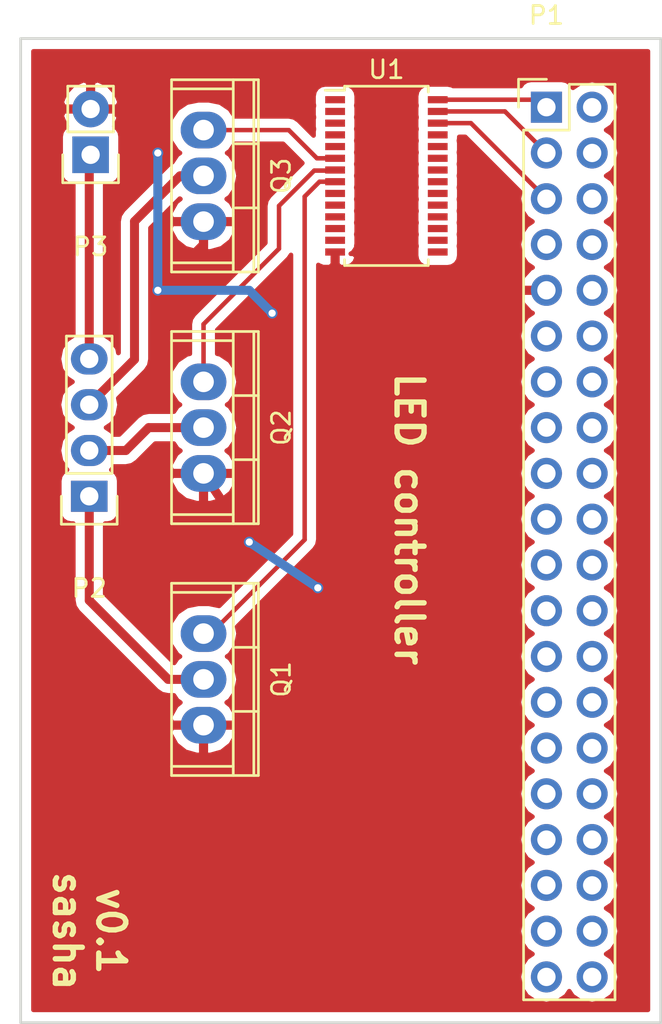
<source format=kicad_pcb>
(kicad_pcb (version 4) (host pcbnew 4.0.5+dfsg1-4)

  (general
    (links 15)
    (no_connects 1)
    (area 63.424999 97.714999 99.135001 152.475001)
    (thickness 1.6)
    (drawings 6)
    (tracks 47)
    (zones 0)
    (modules 7)
    (nets 69)
  )

  (page A4)
  (layers
    (0 F.Cu signal)
    (31 B.Cu signal)
    (32 B.Adhes user)
    (33 F.Adhes user)
    (34 B.Paste user)
    (35 F.Paste user)
    (36 B.SilkS user)
    (37 F.SilkS user)
    (38 B.Mask user)
    (39 F.Mask user)
    (40 Dwgs.User user)
    (41 Cmts.User user)
    (42 Eco1.User user)
    (43 Eco2.User user)
    (44 Edge.Cuts user)
    (45 Margin user)
    (46 B.CrtYd user)
    (47 F.CrtYd user)
    (48 B.Fab user)
    (49 F.Fab user)
  )

  (setup
    (last_trace_width 0.5)
    (user_trace_width 0.5)
    (trace_clearance 0.2)
    (zone_clearance 0.508)
    (zone_45_only no)
    (trace_min 0.2)
    (segment_width 0.2)
    (edge_width 0.15)
    (via_size 0.6)
    (via_drill 0.4)
    (via_min_size 0.4)
    (via_min_drill 0.3)
    (uvia_size 0.3)
    (uvia_drill 0.1)
    (uvias_allowed no)
    (uvia_min_size 0.2)
    (uvia_min_drill 0.1)
    (pcb_text_width 0.3)
    (pcb_text_size 1.5 1.5)
    (mod_edge_width 0.15)
    (mod_text_size 1 1)
    (mod_text_width 0.15)
    (pad_size 1.524 1.524)
    (pad_drill 0.762)
    (pad_to_mask_clearance 0.2)
    (aux_axis_origin 0 0)
    (visible_elements FFFFFF7F)
    (pcbplotparams
      (layerselection 0x00030_80000001)
      (usegerberextensions false)
      (excludeedgelayer true)
      (linewidth 0.100000)
      (plotframeref false)
      (viasonmask false)
      (mode 1)
      (useauxorigin false)
      (hpglpennumber 1)
      (hpglpenspeed 20)
      (hpglpendiameter 15)
      (hpglpenoverlay 2)
      (psnegative false)
      (psa4output false)
      (plotreference true)
      (plotvalue true)
      (plotinvisibletext false)
      (padsonsilk false)
      (subtractmaskfromsilk false)
      (outputformat 1)
      (mirror false)
      (drillshape 1)
      (scaleselection 1)
      (outputdirectory ""))
  )

  (net 0 "")
  (net 1 "Net-(P1-Pad1)")
  (net 2 "Net-(P1-Pad2)")
  (net 3 "Net-(P1-Pad3)")
  (net 4 "Net-(P1-Pad4)")
  (net 5 "Net-(P1-Pad5)")
  (net 6 "Net-(P1-Pad6)")
  (net 7 "Net-(P1-Pad7)")
  (net 8 "Net-(P1-Pad8)")
  (net 9 GND)
  (net 10 "Net-(P1-Pad10)")
  (net 11 "Net-(P1-Pad11)")
  (net 12 "Net-(P1-Pad12)")
  (net 13 "Net-(P1-Pad13)")
  (net 14 "Net-(P1-Pad14)")
  (net 15 "Net-(P1-Pad15)")
  (net 16 "Net-(P1-Pad16)")
  (net 17 "Net-(P1-Pad17)")
  (net 18 "Net-(P1-Pad18)")
  (net 19 "Net-(P1-Pad19)")
  (net 20 "Net-(P1-Pad20)")
  (net 21 "Net-(P1-Pad21)")
  (net 22 "Net-(P1-Pad22)")
  (net 23 "Net-(P1-Pad23)")
  (net 24 "Net-(P1-Pad24)")
  (net 25 "Net-(P1-Pad25)")
  (net 26 "Net-(P1-Pad26)")
  (net 27 "Net-(P1-Pad27)")
  (net 28 "Net-(P1-Pad28)")
  (net 29 "Net-(P1-Pad29)")
  (net 30 "Net-(P1-Pad30)")
  (net 31 "Net-(P1-Pad31)")
  (net 32 "Net-(P1-Pad32)")
  (net 33 "Net-(P1-Pad33)")
  (net 34 "Net-(P1-Pad34)")
  (net 35 "Net-(P1-Pad35)")
  (net 36 "Net-(P1-Pad36)")
  (net 37 "Net-(P1-Pad37)")
  (net 38 "Net-(P1-Pad38)")
  (net 39 "Net-(P1-Pad39)")
  (net 40 "Net-(P1-Pad40)")
  (net 41 "Net-(P2-Pad1)")
  (net 42 "Net-(P2-Pad2)")
  (net 43 "Net-(P2-Pad3)")
  (net 44 "Net-(P2-Pad4)")
  (net 45 "Net-(U1-Pad1)")
  (net 46 "Net-(U1-Pad2)")
  (net 47 "Net-(U1-Pad3)")
  (net 48 "Net-(U1-Pad4)")
  (net 49 "Net-(U1-Pad5)")
  (net 50 "Net-(U1-Pad9)")
  (net 51 "Net-(U1-Pad10)")
  (net 52 "Net-(U1-Pad11)")
  (net 53 "Net-(U1-Pad12)")
  (net 54 "Net-(U1-Pad13)")
  (net 55 "Net-(U1-Pad15)")
  (net 56 "Net-(U1-Pad16)")
  (net 57 "Net-(U1-Pad17)")
  (net 58 "Net-(U1-Pad18)")
  (net 59 "Net-(U1-Pad19)")
  (net 60 "Net-(U1-Pad20)")
  (net 61 "Net-(U1-Pad21)")
  (net 62 "Net-(U1-Pad22)")
  (net 63 "Net-(U1-Pad23)")
  (net 64 "Net-(U1-Pad24)")
  (net 65 "Net-(U1-Pad25)")
  (net 66 "Net-(Q1-Pad1)")
  (net 67 "Net-(Q2-Pad1)")
  (net 68 "Net-(Q3-Pad1)")

  (net_class Default "This is the default net class."
    (clearance 0.2)
    (trace_width 0.25)
    (via_dia 0.6)
    (via_drill 0.4)
    (uvia_dia 0.3)
    (uvia_drill 0.1)
    (add_net GND)
    (add_net "Net-(P1-Pad1)")
    (add_net "Net-(P1-Pad10)")
    (add_net "Net-(P1-Pad11)")
    (add_net "Net-(P1-Pad12)")
    (add_net "Net-(P1-Pad13)")
    (add_net "Net-(P1-Pad14)")
    (add_net "Net-(P1-Pad15)")
    (add_net "Net-(P1-Pad16)")
    (add_net "Net-(P1-Pad17)")
    (add_net "Net-(P1-Pad18)")
    (add_net "Net-(P1-Pad19)")
    (add_net "Net-(P1-Pad2)")
    (add_net "Net-(P1-Pad20)")
    (add_net "Net-(P1-Pad21)")
    (add_net "Net-(P1-Pad22)")
    (add_net "Net-(P1-Pad23)")
    (add_net "Net-(P1-Pad24)")
    (add_net "Net-(P1-Pad25)")
    (add_net "Net-(P1-Pad26)")
    (add_net "Net-(P1-Pad27)")
    (add_net "Net-(P1-Pad28)")
    (add_net "Net-(P1-Pad29)")
    (add_net "Net-(P1-Pad3)")
    (add_net "Net-(P1-Pad30)")
    (add_net "Net-(P1-Pad31)")
    (add_net "Net-(P1-Pad32)")
    (add_net "Net-(P1-Pad33)")
    (add_net "Net-(P1-Pad34)")
    (add_net "Net-(P1-Pad35)")
    (add_net "Net-(P1-Pad36)")
    (add_net "Net-(P1-Pad37)")
    (add_net "Net-(P1-Pad38)")
    (add_net "Net-(P1-Pad39)")
    (add_net "Net-(P1-Pad4)")
    (add_net "Net-(P1-Pad40)")
    (add_net "Net-(P1-Pad5)")
    (add_net "Net-(P1-Pad6)")
    (add_net "Net-(P1-Pad7)")
    (add_net "Net-(P1-Pad8)")
    (add_net "Net-(P2-Pad1)")
    (add_net "Net-(P2-Pad2)")
    (add_net "Net-(P2-Pad3)")
    (add_net "Net-(P2-Pad4)")
    (add_net "Net-(Q1-Pad1)")
    (add_net "Net-(Q2-Pad1)")
    (add_net "Net-(Q3-Pad1)")
    (add_net "Net-(U1-Pad1)")
    (add_net "Net-(U1-Pad10)")
    (add_net "Net-(U1-Pad11)")
    (add_net "Net-(U1-Pad12)")
    (add_net "Net-(U1-Pad13)")
    (add_net "Net-(U1-Pad15)")
    (add_net "Net-(U1-Pad16)")
    (add_net "Net-(U1-Pad17)")
    (add_net "Net-(U1-Pad18)")
    (add_net "Net-(U1-Pad19)")
    (add_net "Net-(U1-Pad2)")
    (add_net "Net-(U1-Pad20)")
    (add_net "Net-(U1-Pad21)")
    (add_net "Net-(U1-Pad22)")
    (add_net "Net-(U1-Pad23)")
    (add_net "Net-(U1-Pad24)")
    (add_net "Net-(U1-Pad25)")
    (add_net "Net-(U1-Pad3)")
    (add_net "Net-(U1-Pad4)")
    (add_net "Net-(U1-Pad5)")
    (add_net "Net-(U1-Pad9)")
  )

  (net_class thick ""
    (clearance 0.2)
    (trace_width 0.5)
    (via_dia 0.6)
    (via_drill 0.4)
    (uvia_dia 0.3)
    (uvia_drill 0.1)
  )

  (module Pin_Headers:Pin_Header_Straight_2x20 (layer F.Cu) (tedit 0) (tstamp 5990BC38)
    (at 92.71 101.6)
    (descr "Through hole pin header")
    (tags "pin header")
    (path /598B1F5F)
    (fp_text reference P1 (at 0 -5.1) (layer F.SilkS)
      (effects (font (size 1 1) (thickness 0.15)))
    )
    (fp_text value CONN_02X20 (at 0 -3.1) (layer F.Fab)
      (effects (font (size 1 1) (thickness 0.15)))
    )
    (fp_line (start -1.75 -1.75) (end -1.75 50.05) (layer F.CrtYd) (width 0.05))
    (fp_line (start 4.3 -1.75) (end 4.3 50.05) (layer F.CrtYd) (width 0.05))
    (fp_line (start -1.75 -1.75) (end 4.3 -1.75) (layer F.CrtYd) (width 0.05))
    (fp_line (start -1.75 50.05) (end 4.3 50.05) (layer F.CrtYd) (width 0.05))
    (fp_line (start 3.81 49.53) (end 3.81 -1.27) (layer F.SilkS) (width 0.15))
    (fp_line (start -1.27 1.27) (end -1.27 49.53) (layer F.SilkS) (width 0.15))
    (fp_line (start 3.81 49.53) (end -1.27 49.53) (layer F.SilkS) (width 0.15))
    (fp_line (start 3.81 -1.27) (end 1.27 -1.27) (layer F.SilkS) (width 0.15))
    (fp_line (start 0 -1.55) (end -1.55 -1.55) (layer F.SilkS) (width 0.15))
    (fp_line (start 1.27 -1.27) (end 1.27 1.27) (layer F.SilkS) (width 0.15))
    (fp_line (start 1.27 1.27) (end -1.27 1.27) (layer F.SilkS) (width 0.15))
    (fp_line (start -1.55 -1.55) (end -1.55 0) (layer F.SilkS) (width 0.15))
    (pad 1 thru_hole rect (at 0 0) (size 1.7272 1.7272) (drill 1.016) (layers *.Cu *.Mask)
      (net 1 "Net-(P1-Pad1)"))
    (pad 2 thru_hole oval (at 2.54 0) (size 1.7272 1.7272) (drill 1.016) (layers *.Cu *.Mask)
      (net 2 "Net-(P1-Pad2)"))
    (pad 3 thru_hole oval (at 0 2.54) (size 1.7272 1.7272) (drill 1.016) (layers *.Cu *.Mask)
      (net 3 "Net-(P1-Pad3)"))
    (pad 4 thru_hole oval (at 2.54 2.54) (size 1.7272 1.7272) (drill 1.016) (layers *.Cu *.Mask)
      (net 4 "Net-(P1-Pad4)"))
    (pad 5 thru_hole oval (at 0 5.08) (size 1.7272 1.7272) (drill 1.016) (layers *.Cu *.Mask)
      (net 5 "Net-(P1-Pad5)"))
    (pad 6 thru_hole oval (at 2.54 5.08) (size 1.7272 1.7272) (drill 1.016) (layers *.Cu *.Mask)
      (net 6 "Net-(P1-Pad6)"))
    (pad 7 thru_hole oval (at 0 7.62) (size 1.7272 1.7272) (drill 1.016) (layers *.Cu *.Mask)
      (net 7 "Net-(P1-Pad7)"))
    (pad 8 thru_hole oval (at 2.54 7.62) (size 1.7272 1.7272) (drill 1.016) (layers *.Cu *.Mask)
      (net 8 "Net-(P1-Pad8)"))
    (pad 9 thru_hole oval (at 0 10.16) (size 1.7272 1.7272) (drill 1.016) (layers *.Cu *.Mask)
      (net 9 GND))
    (pad 10 thru_hole oval (at 2.54 10.16) (size 1.7272 1.7272) (drill 1.016) (layers *.Cu *.Mask)
      (net 10 "Net-(P1-Pad10)"))
    (pad 11 thru_hole oval (at 0 12.7) (size 1.7272 1.7272) (drill 1.016) (layers *.Cu *.Mask)
      (net 11 "Net-(P1-Pad11)"))
    (pad 12 thru_hole oval (at 2.54 12.7) (size 1.7272 1.7272) (drill 1.016) (layers *.Cu *.Mask)
      (net 12 "Net-(P1-Pad12)"))
    (pad 13 thru_hole oval (at 0 15.24) (size 1.7272 1.7272) (drill 1.016) (layers *.Cu *.Mask)
      (net 13 "Net-(P1-Pad13)"))
    (pad 14 thru_hole oval (at 2.54 15.24) (size 1.7272 1.7272) (drill 1.016) (layers *.Cu *.Mask)
      (net 14 "Net-(P1-Pad14)"))
    (pad 15 thru_hole oval (at 0 17.78) (size 1.7272 1.7272) (drill 1.016) (layers *.Cu *.Mask)
      (net 15 "Net-(P1-Pad15)"))
    (pad 16 thru_hole oval (at 2.54 17.78) (size 1.7272 1.7272) (drill 1.016) (layers *.Cu *.Mask)
      (net 16 "Net-(P1-Pad16)"))
    (pad 17 thru_hole oval (at 0 20.32) (size 1.7272 1.7272) (drill 1.016) (layers *.Cu *.Mask)
      (net 17 "Net-(P1-Pad17)"))
    (pad 18 thru_hole oval (at 2.54 20.32) (size 1.7272 1.7272) (drill 1.016) (layers *.Cu *.Mask)
      (net 18 "Net-(P1-Pad18)"))
    (pad 19 thru_hole oval (at 0 22.86) (size 1.7272 1.7272) (drill 1.016) (layers *.Cu *.Mask)
      (net 19 "Net-(P1-Pad19)"))
    (pad 20 thru_hole oval (at 2.54 22.86) (size 1.7272 1.7272) (drill 1.016) (layers *.Cu *.Mask)
      (net 20 "Net-(P1-Pad20)"))
    (pad 21 thru_hole oval (at 0 25.4) (size 1.7272 1.7272) (drill 1.016) (layers *.Cu *.Mask)
      (net 21 "Net-(P1-Pad21)"))
    (pad 22 thru_hole oval (at 2.54 25.4) (size 1.7272 1.7272) (drill 1.016) (layers *.Cu *.Mask)
      (net 22 "Net-(P1-Pad22)"))
    (pad 23 thru_hole oval (at 0 27.94) (size 1.7272 1.7272) (drill 1.016) (layers *.Cu *.Mask)
      (net 23 "Net-(P1-Pad23)"))
    (pad 24 thru_hole oval (at 2.54 27.94) (size 1.7272 1.7272) (drill 1.016) (layers *.Cu *.Mask)
      (net 24 "Net-(P1-Pad24)"))
    (pad 25 thru_hole oval (at 0 30.48) (size 1.7272 1.7272) (drill 1.016) (layers *.Cu *.Mask)
      (net 25 "Net-(P1-Pad25)"))
    (pad 26 thru_hole oval (at 2.54 30.48) (size 1.7272 1.7272) (drill 1.016) (layers *.Cu *.Mask)
      (net 26 "Net-(P1-Pad26)"))
    (pad 27 thru_hole oval (at 0 33.02) (size 1.7272 1.7272) (drill 1.016) (layers *.Cu *.Mask)
      (net 27 "Net-(P1-Pad27)"))
    (pad 28 thru_hole oval (at 2.54 33.02) (size 1.7272 1.7272) (drill 1.016) (layers *.Cu *.Mask)
      (net 28 "Net-(P1-Pad28)"))
    (pad 29 thru_hole oval (at 0 35.56) (size 1.7272 1.7272) (drill 1.016) (layers *.Cu *.Mask)
      (net 29 "Net-(P1-Pad29)"))
    (pad 30 thru_hole oval (at 2.54 35.56) (size 1.7272 1.7272) (drill 1.016) (layers *.Cu *.Mask)
      (net 30 "Net-(P1-Pad30)"))
    (pad 31 thru_hole oval (at 0 38.1) (size 1.7272 1.7272) (drill 1.016) (layers *.Cu *.Mask)
      (net 31 "Net-(P1-Pad31)"))
    (pad 32 thru_hole oval (at 2.54 38.1) (size 1.7272 1.7272) (drill 1.016) (layers *.Cu *.Mask)
      (net 32 "Net-(P1-Pad32)"))
    (pad 33 thru_hole oval (at 0 40.64) (size 1.7272 1.7272) (drill 1.016) (layers *.Cu *.Mask)
      (net 33 "Net-(P1-Pad33)"))
    (pad 34 thru_hole oval (at 2.54 40.64) (size 1.7272 1.7272) (drill 1.016) (layers *.Cu *.Mask)
      (net 34 "Net-(P1-Pad34)"))
    (pad 35 thru_hole oval (at 0 43.18) (size 1.7272 1.7272) (drill 1.016) (layers *.Cu *.Mask)
      (net 35 "Net-(P1-Pad35)"))
    (pad 36 thru_hole oval (at 2.54 43.18) (size 1.7272 1.7272) (drill 1.016) (layers *.Cu *.Mask)
      (net 36 "Net-(P1-Pad36)"))
    (pad 37 thru_hole oval (at 0 45.72) (size 1.7272 1.7272) (drill 1.016) (layers *.Cu *.Mask)
      (net 37 "Net-(P1-Pad37)"))
    (pad 38 thru_hole oval (at 2.54 45.72) (size 1.7272 1.7272) (drill 1.016) (layers *.Cu *.Mask)
      (net 38 "Net-(P1-Pad38)"))
    (pad 39 thru_hole oval (at 0 48.26) (size 1.7272 1.7272) (drill 1.016) (layers *.Cu *.Mask)
      (net 39 "Net-(P1-Pad39)"))
    (pad 40 thru_hole oval (at 2.54 48.26) (size 1.7272 1.7272) (drill 1.016) (layers *.Cu *.Mask)
      (net 40 "Net-(P1-Pad40)"))
    (model Pin_Headers.3dshapes/Pin_Header_Straight_2x20.wrl
      (at (xyz 0.05 -0.95 0))
      (scale (xyz 1 1 1))
      (rotate (xyz 0 0 90))
    )
  )

  (module Pin_Headers:Pin_Header_Straight_1x04 (layer F.Cu) (tedit 0) (tstamp 5990BC4B)
    (at 67.31 123.19 180)
    (descr "Through hole pin header")
    (tags "pin header")
    (path /598B1E67)
    (fp_text reference P2 (at 0 -5.1 180) (layer F.SilkS)
      (effects (font (size 1 1) (thickness 0.15)))
    )
    (fp_text value CONN_01X04 (at 0 -3.1 180) (layer F.Fab)
      (effects (font (size 1 1) (thickness 0.15)))
    )
    (fp_line (start -1.75 -1.75) (end -1.75 9.4) (layer F.CrtYd) (width 0.05))
    (fp_line (start 1.75 -1.75) (end 1.75 9.4) (layer F.CrtYd) (width 0.05))
    (fp_line (start -1.75 -1.75) (end 1.75 -1.75) (layer F.CrtYd) (width 0.05))
    (fp_line (start -1.75 9.4) (end 1.75 9.4) (layer F.CrtYd) (width 0.05))
    (fp_line (start -1.27 1.27) (end -1.27 8.89) (layer F.SilkS) (width 0.15))
    (fp_line (start 1.27 1.27) (end 1.27 8.89) (layer F.SilkS) (width 0.15))
    (fp_line (start 1.55 -1.55) (end 1.55 0) (layer F.SilkS) (width 0.15))
    (fp_line (start -1.27 8.89) (end 1.27 8.89) (layer F.SilkS) (width 0.15))
    (fp_line (start 1.27 1.27) (end -1.27 1.27) (layer F.SilkS) (width 0.15))
    (fp_line (start -1.55 0) (end -1.55 -1.55) (layer F.SilkS) (width 0.15))
    (fp_line (start -1.55 -1.55) (end 1.55 -1.55) (layer F.SilkS) (width 0.15))
    (pad 1 thru_hole rect (at 0 0 180) (size 2.032 1.7272) (drill 1.016) (layers *.Cu *.Mask)
      (net 41 "Net-(P2-Pad1)"))
    (pad 2 thru_hole oval (at 0 2.54 180) (size 2.032 1.7272) (drill 1.016) (layers *.Cu *.Mask)
      (net 42 "Net-(P2-Pad2)"))
    (pad 3 thru_hole oval (at 0 5.08 180) (size 2.032 1.7272) (drill 1.016) (layers *.Cu *.Mask)
      (net 43 "Net-(P2-Pad3)"))
    (pad 4 thru_hole oval (at 0 7.62 180) (size 2.032 1.7272) (drill 1.016) (layers *.Cu *.Mask)
      (net 44 "Net-(P2-Pad4)"))
    (model Pin_Headers.3dshapes/Pin_Header_Straight_1x04.wrl
      (at (xyz 0 -0.15 0))
      (scale (xyz 1 1 1))
      (rotate (xyz 0 0 90))
    )
  )

  (module Pin_Headers:Pin_Header_Straight_1x02 (layer F.Cu) (tedit 54EA090C) (tstamp 5990BC5C)
    (at 67.3862 104.2416 180)
    (descr "Through hole pin header")
    (tags "pin header")
    (path /598B1EE0)
    (fp_text reference P3 (at 0 -5.1 180) (layer F.SilkS)
      (effects (font (size 1 1) (thickness 0.15)))
    )
    (fp_text value CONN_01X02 (at 0 -3.1 180) (layer F.Fab)
      (effects (font (size 1 1) (thickness 0.15)))
    )
    (fp_line (start 1.27 1.27) (end 1.27 3.81) (layer F.SilkS) (width 0.15))
    (fp_line (start 1.55 -1.55) (end 1.55 0) (layer F.SilkS) (width 0.15))
    (fp_line (start -1.75 -1.75) (end -1.75 4.3) (layer F.CrtYd) (width 0.05))
    (fp_line (start 1.75 -1.75) (end 1.75 4.3) (layer F.CrtYd) (width 0.05))
    (fp_line (start -1.75 -1.75) (end 1.75 -1.75) (layer F.CrtYd) (width 0.05))
    (fp_line (start -1.75 4.3) (end 1.75 4.3) (layer F.CrtYd) (width 0.05))
    (fp_line (start 1.27 1.27) (end -1.27 1.27) (layer F.SilkS) (width 0.15))
    (fp_line (start -1.55 0) (end -1.55 -1.55) (layer F.SilkS) (width 0.15))
    (fp_line (start -1.55 -1.55) (end 1.55 -1.55) (layer F.SilkS) (width 0.15))
    (fp_line (start -1.27 1.27) (end -1.27 3.81) (layer F.SilkS) (width 0.15))
    (fp_line (start -1.27 3.81) (end 1.27 3.81) (layer F.SilkS) (width 0.15))
    (pad 1 thru_hole rect (at 0 0 180) (size 2.032 2.032) (drill 1.016) (layers *.Cu *.Mask)
      (net 44 "Net-(P2-Pad4)"))
    (pad 2 thru_hole oval (at 0 2.54 180) (size 2.032 2.032) (drill 1.016) (layers *.Cu *.Mask)
      (net 9 GND))
    (model Pin_Headers.3dshapes/Pin_Header_Straight_1x02.wrl
      (at (xyz 0 -0.05 0))
      (scale (xyz 1 1 1))
      (rotate (xyz 0 0 90))
    )
  )

  (module TO-220 (layer F.Cu) (tedit 0) (tstamp 5990BC6D)
    (at 73.66 133.35 270)
    (descr "Non Isolated JEDEC TO-220 Package")
    (tags "Power Integration YN Package")
    (path /5990E875)
    (fp_text reference Q1 (at 0 -4.318 270) (layer F.SilkS)
      (effects (font (size 1 1) (thickness 0.15)))
    )
    (fp_text value IRF540N (at 0 -4.318 270) (layer F.Fab)
      (effects (font (size 1 1) (thickness 0.15)))
    )
    (fp_line (start 4.826 -1.651) (end 4.826 1.778) (layer F.SilkS) (width 0.15))
    (fp_line (start -4.826 -1.651) (end -4.826 1.778) (layer F.SilkS) (width 0.15))
    (fp_line (start 5.334 -2.794) (end -5.334 -2.794) (layer F.SilkS) (width 0.15))
    (fp_line (start 1.778 -1.778) (end 1.778 -3.048) (layer F.SilkS) (width 0.15))
    (fp_line (start -1.778 -1.778) (end -1.778 -3.048) (layer F.SilkS) (width 0.15))
    (fp_line (start -5.334 -1.651) (end 5.334 -1.651) (layer F.SilkS) (width 0.15))
    (fp_line (start 5.334 1.778) (end -5.334 1.778) (layer F.SilkS) (width 0.15))
    (fp_line (start -5.334 -3.048) (end -5.334 1.778) (layer F.SilkS) (width 0.15))
    (fp_line (start 5.334 -3.048) (end 5.334 1.778) (layer F.SilkS) (width 0.15))
    (fp_line (start 5.334 -3.048) (end -5.334 -3.048) (layer F.SilkS) (width 0.15))
    (pad 2 thru_hole oval (at 0 0 270) (size 2.032 2.54) (drill 1.143) (layers *.Cu *.Mask)
      (net 41 "Net-(P2-Pad1)"))
    (pad 3 thru_hole oval (at 2.54 0 270) (size 2.032 2.54) (drill 1.143) (layers *.Cu *.Mask)
      (net 9 GND))
    (pad 1 thru_hole oval (at -2.54 0 270) (size 2.032 2.54) (drill 1.143) (layers *.Cu *.Mask)
      (net 66 "Net-(Q1-Pad1)"))
  )

  (module TO-220 (layer F.Cu) (tedit 0) (tstamp 5990BC7E)
    (at 73.66 119.38 270)
    (descr "Non Isolated JEDEC TO-220 Package")
    (tags "Power Integration YN Package")
    (path /5990E9AC)
    (fp_text reference Q2 (at 0 -4.318 270) (layer F.SilkS)
      (effects (font (size 1 1) (thickness 0.15)))
    )
    (fp_text value IRF540N (at 0 -4.318 270) (layer F.Fab)
      (effects (font (size 1 1) (thickness 0.15)))
    )
    (fp_line (start 4.826 -1.651) (end 4.826 1.778) (layer F.SilkS) (width 0.15))
    (fp_line (start -4.826 -1.651) (end -4.826 1.778) (layer F.SilkS) (width 0.15))
    (fp_line (start 5.334 -2.794) (end -5.334 -2.794) (layer F.SilkS) (width 0.15))
    (fp_line (start 1.778 -1.778) (end 1.778 -3.048) (layer F.SilkS) (width 0.15))
    (fp_line (start -1.778 -1.778) (end -1.778 -3.048) (layer F.SilkS) (width 0.15))
    (fp_line (start -5.334 -1.651) (end 5.334 -1.651) (layer F.SilkS) (width 0.15))
    (fp_line (start 5.334 1.778) (end -5.334 1.778) (layer F.SilkS) (width 0.15))
    (fp_line (start -5.334 -3.048) (end -5.334 1.778) (layer F.SilkS) (width 0.15))
    (fp_line (start 5.334 -3.048) (end 5.334 1.778) (layer F.SilkS) (width 0.15))
    (fp_line (start 5.334 -3.048) (end -5.334 -3.048) (layer F.SilkS) (width 0.15))
    (pad 2 thru_hole oval (at 0 0 270) (size 2.032 2.54) (drill 1.143) (layers *.Cu *.Mask)
      (net 42 "Net-(P2-Pad2)"))
    (pad 3 thru_hole oval (at 2.54 0 270) (size 2.032 2.54) (drill 1.143) (layers *.Cu *.Mask)
      (net 9 GND))
    (pad 1 thru_hole oval (at -2.54 0 270) (size 2.032 2.54) (drill 1.143) (layers *.Cu *.Mask)
      (net 67 "Net-(Q2-Pad1)"))
  )

  (module TO-220 (layer F.Cu) (tedit 0) (tstamp 5990BC8F)
    (at 73.66 105.41 270)
    (descr "Non Isolated JEDEC TO-220 Package")
    (tags "Power Integration YN Package")
    (path /5990EA76)
    (fp_text reference Q3 (at 0 -4.318 270) (layer F.SilkS)
      (effects (font (size 1 1) (thickness 0.15)))
    )
    (fp_text value IRF540N (at 0 -4.318 270) (layer F.Fab)
      (effects (font (size 1 1) (thickness 0.15)))
    )
    (fp_line (start 4.826 -1.651) (end 4.826 1.778) (layer F.SilkS) (width 0.15))
    (fp_line (start -4.826 -1.651) (end -4.826 1.778) (layer F.SilkS) (width 0.15))
    (fp_line (start 5.334 -2.794) (end -5.334 -2.794) (layer F.SilkS) (width 0.15))
    (fp_line (start 1.778 -1.778) (end 1.778 -3.048) (layer F.SilkS) (width 0.15))
    (fp_line (start -1.778 -1.778) (end -1.778 -3.048) (layer F.SilkS) (width 0.15))
    (fp_line (start -5.334 -1.651) (end 5.334 -1.651) (layer F.SilkS) (width 0.15))
    (fp_line (start 5.334 1.778) (end -5.334 1.778) (layer F.SilkS) (width 0.15))
    (fp_line (start -5.334 -3.048) (end -5.334 1.778) (layer F.SilkS) (width 0.15))
    (fp_line (start 5.334 -3.048) (end 5.334 1.778) (layer F.SilkS) (width 0.15))
    (fp_line (start 5.334 -3.048) (end -5.334 -3.048) (layer F.SilkS) (width 0.15))
    (pad 2 thru_hole oval (at 0 0 270) (size 2.032 2.54) (drill 1.143) (layers *.Cu *.Mask)
      (net 43 "Net-(P2-Pad3)"))
    (pad 3 thru_hole oval (at 2.54 0 270) (size 2.032 2.54) (drill 1.143) (layers *.Cu *.Mask)
      (net 9 GND))
    (pad 1 thru_hole oval (at -2.54 0 270) (size 2.032 2.54) (drill 1.143) (layers *.Cu *.Mask)
      (net 68 "Net-(Q3-Pad1)"))
  )

  (module Housings_SSOP:TSSOP-28_4.4x9.7mm_Pitch0.65mm (layer F.Cu) (tedit 54130A77) (tstamp 5990E571)
    (at 83.82 105.41)
    (descr "TSSOP28: plastic thin shrink small outline package; 28 leads; body width 4.4 mm; (see NXP SSOP-TSSOP-VSO-REFLOW.pdf and sot361-1_po.pdf)")
    (tags "SSOP 0.65")
    (path /598B189B)
    (attr smd)
    (fp_text reference U1 (at 0 -5.9) (layer F.SilkS)
      (effects (font (size 1 1) (thickness 0.15)))
    )
    (fp_text value PCA9685-TSSOP (at 0 5.9) (layer F.Fab)
      (effects (font (size 1 1) (thickness 0.15)))
    )
    (fp_line (start -1.2 -4.85) (end 2.2 -4.85) (layer F.Fab) (width 0.15))
    (fp_line (start 2.2 -4.85) (end 2.2 4.85) (layer F.Fab) (width 0.15))
    (fp_line (start 2.2 4.85) (end -2.2 4.85) (layer F.Fab) (width 0.15))
    (fp_line (start -2.2 4.85) (end -2.2 -3.85) (layer F.Fab) (width 0.15))
    (fp_line (start -2.2 -3.85) (end -1.2 -4.85) (layer F.Fab) (width 0.15))
    (fp_line (start -3.65 -5.15) (end -3.65 5.15) (layer F.CrtYd) (width 0.05))
    (fp_line (start 3.65 -5.15) (end 3.65 5.15) (layer F.CrtYd) (width 0.05))
    (fp_line (start -3.65 -5.15) (end 3.65 -5.15) (layer F.CrtYd) (width 0.05))
    (fp_line (start -3.65 5.15) (end 3.65 5.15) (layer F.CrtYd) (width 0.05))
    (fp_line (start -2.325 -4.975) (end -2.325 -4.75) (layer F.SilkS) (width 0.15))
    (fp_line (start 2.325 -4.975) (end 2.325 -4.65) (layer F.SilkS) (width 0.15))
    (fp_line (start 2.325 4.975) (end 2.325 4.65) (layer F.SilkS) (width 0.15))
    (fp_line (start -2.325 4.975) (end -2.325 4.65) (layer F.SilkS) (width 0.15))
    (fp_line (start -2.325 -4.975) (end 2.325 -4.975) (layer F.SilkS) (width 0.15))
    (fp_line (start -2.325 4.975) (end 2.325 4.975) (layer F.SilkS) (width 0.15))
    (fp_line (start -2.325 -4.75) (end -3.4 -4.75) (layer F.SilkS) (width 0.15))
    (pad 1 smd rect (at -2.85 -4.225) (size 1.1 0.4) (layers F.Cu F.Paste F.Mask)
      (net 45 "Net-(U1-Pad1)"))
    (pad 2 smd rect (at -2.85 -3.575) (size 1.1 0.4) (layers F.Cu F.Paste F.Mask)
      (net 46 "Net-(U1-Pad2)"))
    (pad 3 smd rect (at -2.85 -2.925) (size 1.1 0.4) (layers F.Cu F.Paste F.Mask)
      (net 47 "Net-(U1-Pad3)"))
    (pad 4 smd rect (at -2.85 -2.275) (size 1.1 0.4) (layers F.Cu F.Paste F.Mask)
      (net 48 "Net-(U1-Pad4)"))
    (pad 5 smd rect (at -2.85 -1.625) (size 1.1 0.4) (layers F.Cu F.Paste F.Mask)
      (net 49 "Net-(U1-Pad5)"))
    (pad 6 smd rect (at -2.85 -0.975) (size 1.1 0.4) (layers F.Cu F.Paste F.Mask)
      (net 68 "Net-(Q3-Pad1)"))
    (pad 7 smd rect (at -2.85 -0.325) (size 1.1 0.4) (layers F.Cu F.Paste F.Mask)
      (net 67 "Net-(Q2-Pad1)"))
    (pad 8 smd rect (at -2.85 0.325) (size 1.1 0.4) (layers F.Cu F.Paste F.Mask)
      (net 66 "Net-(Q1-Pad1)"))
    (pad 9 smd rect (at -2.85 0.975) (size 1.1 0.4) (layers F.Cu F.Paste F.Mask)
      (net 50 "Net-(U1-Pad9)"))
    (pad 10 smd rect (at -2.85 1.625) (size 1.1 0.4) (layers F.Cu F.Paste F.Mask)
      (net 51 "Net-(U1-Pad10)"))
    (pad 11 smd rect (at -2.85 2.275) (size 1.1 0.4) (layers F.Cu F.Paste F.Mask)
      (net 52 "Net-(U1-Pad11)"))
    (pad 12 smd rect (at -2.85 2.925) (size 1.1 0.4) (layers F.Cu F.Paste F.Mask)
      (net 53 "Net-(U1-Pad12)"))
    (pad 13 smd rect (at -2.85 3.575) (size 1.1 0.4) (layers F.Cu F.Paste F.Mask)
      (net 54 "Net-(U1-Pad13)"))
    (pad 14 smd rect (at -2.85 4.225) (size 1.1 0.4) (layers F.Cu F.Paste F.Mask)
      (net 9 GND))
    (pad 15 smd rect (at 2.85 4.225) (size 1.1 0.4) (layers F.Cu F.Paste F.Mask)
      (net 55 "Net-(U1-Pad15)"))
    (pad 16 smd rect (at 2.85 3.575) (size 1.1 0.4) (layers F.Cu F.Paste F.Mask)
      (net 56 "Net-(U1-Pad16)"))
    (pad 17 smd rect (at 2.85 2.925) (size 1.1 0.4) (layers F.Cu F.Paste F.Mask)
      (net 57 "Net-(U1-Pad17)"))
    (pad 18 smd rect (at 2.85 2.275) (size 1.1 0.4) (layers F.Cu F.Paste F.Mask)
      (net 58 "Net-(U1-Pad18)"))
    (pad 19 smd rect (at 2.85 1.625) (size 1.1 0.4) (layers F.Cu F.Paste F.Mask)
      (net 59 "Net-(U1-Pad19)"))
    (pad 20 smd rect (at 2.85 0.975) (size 1.1 0.4) (layers F.Cu F.Paste F.Mask)
      (net 60 "Net-(U1-Pad20)"))
    (pad 21 smd rect (at 2.85 0.325) (size 1.1 0.4) (layers F.Cu F.Paste F.Mask)
      (net 61 "Net-(U1-Pad21)"))
    (pad 22 smd rect (at 2.85 -0.325) (size 1.1 0.4) (layers F.Cu F.Paste F.Mask)
      (net 62 "Net-(U1-Pad22)"))
    (pad 23 smd rect (at 2.85 -0.975) (size 1.1 0.4) (layers F.Cu F.Paste F.Mask)
      (net 63 "Net-(U1-Pad23)"))
    (pad 24 smd rect (at 2.85 -1.625) (size 1.1 0.4) (layers F.Cu F.Paste F.Mask)
      (net 64 "Net-(U1-Pad24)"))
    (pad 25 smd rect (at 2.85 -2.275) (size 1.1 0.4) (layers F.Cu F.Paste F.Mask)
      (net 65 "Net-(U1-Pad25)"))
    (pad 26 smd rect (at 2.85 -2.925) (size 1.1 0.4) (layers F.Cu F.Paste F.Mask)
      (net 5 "Net-(P1-Pad5)"))
    (pad 27 smd rect (at 2.85 -3.575) (size 1.1 0.4) (layers F.Cu F.Paste F.Mask)
      (net 3 "Net-(P1-Pad3)"))
    (pad 28 smd rect (at 2.85 -4.225) (size 1.1 0.4) (layers F.Cu F.Paste F.Mask)
      (net 1 "Net-(P1-Pad1)"))
    (model Housings_SSOP.3dshapes/TSSOP-28_4.4x9.7mm_Pitch0.65mm.wrl
      (at (xyz 0 0 0))
      (scale (xyz 1 1 1))
      (rotate (xyz 0 0 0))
    )
  )

  (gr_text "v0.1\nsasha" (at 67.31 147.32 270) (layer F.SilkS)
    (effects (font (size 1.5 1.5) (thickness 0.3)))
  )
  (gr_text "LED controller" (at 85.09 124.46 270) (layer F.SilkS)
    (effects (font (size 1.5 1.5) (thickness 0.3)))
  )
  (gr_line (start 63.5 152.4) (end 63.5 97.79) (angle 90) (layer Edge.Cuts) (width 0.15))
  (gr_line (start 99.06 152.4) (end 63.5 152.4) (angle 90) (layer Edge.Cuts) (width 0.15))
  (gr_line (start 99.06 97.79) (end 99.06 152.4) (angle 90) (layer Edge.Cuts) (width 0.15))
  (gr_line (start 63.5 97.79) (end 99.06 97.79) (angle 90) (layer Edge.Cuts) (width 0.15))

  (segment (start 86.67 101.185) (end 92.295 101.185) (width 0.25) (layer F.Cu) (net 1))
  (segment (start 92.295 101.185) (end 92.71 101.6) (width 0.25) (layer F.Cu) (net 1) (tstamp 5990F785))
  (segment (start 92.295 101.185) (end 92.71 101.6) (width 0.25) (layer F.Cu) (net 1) (tstamp 5990F71B))
  (segment (start 86.67 101.835) (end 90.405 101.835) (width 0.25) (layer F.Cu) (net 3))
  (segment (start 90.405 101.835) (end 92.71 104.14) (width 0.25) (layer F.Cu) (net 3) (tstamp 5990F778))
  (segment (start 86.67 102.485) (end 88.515 102.485) (width 0.25) (layer F.Cu) (net 5))
  (segment (start 88.515 102.485) (end 92.71 106.68) (width 0.25) (layer F.Cu) (net 5) (tstamp 5990F73E))
  (segment (start 71.12 111.76) (end 76.2 111.76) (width 0.5) (layer B.Cu) (net 9))
  (segment (start 76.2 111.76) (end 77.47 113.03) (width 0.5) (layer B.Cu) (net 9) (tstamp 599101AA))
  (via (at 77.47 113.03) (size 0.6) (drill 0.4) (layers F.Cu B.Cu) (net 9))
  (segment (start 73.66 121.92) (end 76.2 125.73) (width 0.5) (layer F.Cu) (net 9) (status 400000))
  (via (at 76.2 125.73) (size 0.6) (drill 0.4) (layers F.Cu B.Cu) (net 9))
  (segment (start 76.2 125.73) (end 80.01 128.27) (width 0.5) (layer B.Cu) (net 9) (tstamp 59910135))
  (via (at 80.01 128.27) (size 0.6) (drill 0.4) (layers F.Cu B.Cu) (net 9))
  (segment (start 67.3862 101.7016) (end 68.6816 101.7016) (width 0.5) (layer F.Cu) (net 9) (status 400000))
  (segment (start 73.66 109.22) (end 73.66 107.95) (width 0.5) (layer F.Cu) (net 9) (tstamp 5991011F) (status 800000))
  (segment (start 71.12 111.76) (end 73.66 109.22) (width 0.5) (layer F.Cu) (net 9) (tstamp 5991011E))
  (via (at 71.12 111.76) (size 0.6) (drill 0.4) (layers F.Cu B.Cu) (net 9))
  (segment (start 71.12 104.14) (end 71.12 111.76) (width 0.5) (layer B.Cu) (net 9) (tstamp 5991010C))
  (via (at 71.12 104.14) (size 0.6) (drill 0.4) (layers F.Cu B.Cu) (net 9))
  (segment (start 68.6816 101.7016) (end 71.12 104.14) (width 0.5) (layer F.Cu) (net 9) (tstamp 59910109))
  (segment (start 71.6915 133.35) (end 73.66 133.35) (width 0.5) (layer F.Cu) (net 41) (tstamp 5990FC13))
  (segment (start 67.31 128.9685) (end 71.6915 133.35) (width 0.5) (layer F.Cu) (net 41) (tstamp 5990FC11))
  (segment (start 67.31 123.19) (end 67.31 128.9685) (width 0.5) (layer F.Cu) (net 41))
  (segment (start 73.66 119.38) (end 70.612 119.38) (width 0.5) (layer F.Cu) (net 42))
  (segment (start 69.342 120.65) (end 67.31 120.65) (width 0.5) (layer F.Cu) (net 42) (tstamp 5990FBAC))
  (segment (start 70.612 119.38) (end 69.342 120.65) (width 0.5) (layer F.Cu) (net 42) (tstamp 5990FBAB))
  (segment (start 73.66 105.41) (end 72.3519 105.41) (width 0.5) (layer F.Cu) (net 43))
  (segment (start 69.8246 115.5954) (end 67.31 118.11) (width 0.5) (layer F.Cu) (net 43) (tstamp 5990FBA7))
  (segment (start 69.8246 107.9373) (end 69.8246 115.5954) (width 0.5) (layer F.Cu) (net 43) (tstamp 5990FBA5))
  (segment (start 72.3519 105.41) (end 69.8246 107.9373) (width 0.5) (layer F.Cu) (net 43) (tstamp 5990FBA4))
  (segment (start 67.31 115.57) (end 67.31 104.3178) (width 0.5) (layer F.Cu) (net 44))
  (segment (start 67.31 104.3178) (end 67.3862 104.2416) (width 0.5) (layer F.Cu) (net 44) (tstamp 5990FBA1))
  (segment (start 73.66 130.81) (end 74.0664 130.81) (width 0.25) (layer F.Cu) (net 66))
  (segment (start 74.0664 130.81) (end 79.27848 125.59792) (width 0.25) (layer F.Cu) (net 66) (tstamp 5990F81E))
  (segment (start 79.27848 125.59792) (end 79.27848 106.55808) (width 0.25) (layer F.Cu) (net 66) (tstamp 5990F820))
  (segment (start 79.27848 106.55808) (end 80.10156 105.735) (width 0.25) (layer F.Cu) (net 66) (tstamp 5990F825))
  (segment (start 80.10156 105.735) (end 80.97 105.735) (width 0.25) (layer F.Cu) (net 66) (tstamp 5990F82B))
  (segment (start 80.9371 105.1179) (end 80.97 105.085) (width 0.25) (layer F.Cu) (net 67) (tstamp 5990F7C1))
  (segment (start 79.80934 105.1179) (end 80.9371 105.1179) (width 0.25) (layer F.Cu) (net 67) (tstamp 5990F7C0))
  (segment (start 77.85354 107.0737) (end 79.80934 105.1179) (width 0.25) (layer F.Cu) (net 67) (tstamp 5990F7B9))
  (segment (start 77.85354 109.4486) (end 77.85354 107.0737) (width 0.25) (layer F.Cu) (net 67) (tstamp 5990F7B1))
  (segment (start 73.66 113.64214) (end 77.85354 109.4486) (width 0.25) (layer F.Cu) (net 67) (tstamp 5990F7A4))
  (segment (start 73.66 116.84) (end 73.66 113.64214) (width 0.25) (layer F.Cu) (net 67))
  (segment (start 73.66 102.87) (end 78.39456 102.87) (width 0.25) (layer F.Cu) (net 68))
  (segment (start 79.95956 104.435) (end 80.97 104.435) (width 0.25) (layer F.Cu) (net 68) (tstamp 5990F798))
  (segment (start 78.39456 102.87) (end 79.95956 104.435) (width 0.25) (layer F.Cu) (net 68) (tstamp 5990F794))

  (zone (net 9) (net_name GND) (layer F.Cu) (tstamp 5990FF75) (hatch edge 0.508)
    (connect_pads (clearance 0.508))
    (min_thickness 0.254)
    (fill yes (arc_segments 16) (thermal_gap 0.508) (thermal_bridge_width 0.508))
    (polygon
      (pts
        (xy 99.06 152.4) (xy 63.5 152.4) (xy 63.5 97.79) (xy 99.06 97.79)
      )
    )
    (filled_polygon
      (pts
        (xy 98.35 151.69) (xy 64.21 151.69) (xy 64.21 136.272944) (xy 71.800025 136.272944) (xy 71.832074 136.404477)
        (xy 72.148764 136.96763) (xy 72.656857 137.366724) (xy 73.279 137.541) (xy 73.533 137.541) (xy 73.533 136.017)
        (xy 73.787 136.017) (xy 73.787 137.541) (xy 74.041 137.541) (xy 74.663143 137.366724) (xy 75.171236 136.96763)
        (xy 75.487926 136.404477) (xy 75.519975 136.272944) (xy 75.400836 136.017) (xy 73.787 136.017) (xy 73.533 136.017)
        (xy 71.919164 136.017) (xy 71.800025 136.272944) (xy 64.21 136.272944) (xy 64.21 115.57) (xy 65.626655 115.57)
        (xy 65.740729 116.143489) (xy 66.065585 116.62967) (xy 66.380366 116.84) (xy 66.065585 117.05033) (xy 65.740729 117.536511)
        (xy 65.626655 118.11) (xy 65.740729 118.683489) (xy 66.065585 119.16967) (xy 66.380366 119.38) (xy 66.065585 119.59033)
        (xy 65.740729 120.076511) (xy 65.626655 120.65) (xy 65.740729 121.223489) (xy 66.065585 121.70967) (xy 66.079913 121.719243)
        (xy 66.058683 121.723238) (xy 65.842559 121.86231) (xy 65.697569 122.07451) (xy 65.64656 122.3264) (xy 65.64656 124.0536)
        (xy 65.690838 124.288917) (xy 65.82991 124.505041) (xy 66.04211 124.650031) (xy 66.294 124.70104) (xy 66.425 124.70104)
        (xy 66.425 128.968495) (xy 66.424999 128.9685) (xy 66.462893 129.159) (xy 66.492367 129.307175) (xy 66.647935 129.54)
        (xy 66.68421 129.59429) (xy 71.065708 133.975787) (xy 71.06571 133.97579) (xy 71.352825 134.167633) (xy 71.409016 134.17881)
        (xy 71.6915 134.235001) (xy 71.691505 134.235) (xy 72.01253 134.235) (xy 72.201246 134.517433) (xy 72.375781 134.634054)
        (xy 72.148764 134.81237) (xy 71.832074 135.375523) (xy 71.800025 135.507056) (xy 71.919164 135.763) (xy 73.533 135.763)
        (xy 73.533 135.743) (xy 73.787 135.743) (xy 73.787 135.763) (xy 75.400836 135.763) (xy 75.519975 135.507056)
        (xy 75.487926 135.375523) (xy 75.171236 134.81237) (xy 74.944219 134.634054) (xy 75.118754 134.517433) (xy 75.476646 133.98181)
        (xy 75.602321 133.35) (xy 75.476646 132.71819) (xy 75.118754 132.182567) (xy 74.965252 132.08) (xy 75.118754 131.977433)
        (xy 75.476646 131.44181) (xy 75.602321 130.81) (xy 75.525816 130.425386) (xy 79.815881 126.135321) (xy 79.980628 125.88876)
        (xy 80.03848 125.59792) (xy 80.03848 110.351505) (xy 80.060302 110.373327) (xy 80.293691 110.47) (xy 80.68425 110.47)
        (xy 80.843 110.31125) (xy 80.843 109.83244) (xy 81.097 109.83244) (xy 81.097 110.31125) (xy 81.25575 110.47)
        (xy 81.646309 110.47) (xy 81.879698 110.373327) (xy 82.058327 110.194699) (xy 82.155 109.96131) (xy 82.155 109.89375)
        (xy 81.99625 109.735) (xy 81.837933 109.735) (xy 81.971441 109.64909) (xy 82.116431 109.43689) (xy 82.122035 109.409215)
        (xy 82.155 109.37625) (xy 82.155 109.30869) (xy 82.146532 109.288247) (xy 82.16744 109.185) (xy 82.16744 108.785)
        (xy 82.143056 108.655411) (xy 82.16744 108.535) (xy 82.16744 108.135) (xy 82.143056 108.005411) (xy 82.16744 107.885)
        (xy 82.16744 107.485) (xy 82.143056 107.355411) (xy 82.16744 107.235) (xy 82.16744 106.835) (xy 82.143056 106.705411)
        (xy 82.16744 106.585) (xy 82.16744 106.185) (xy 82.143056 106.055411) (xy 82.16744 105.935) (xy 82.16744 105.535)
        (xy 82.143056 105.405411) (xy 82.16744 105.285) (xy 82.16744 104.885) (xy 82.143056 104.755411) (xy 82.16744 104.635)
        (xy 82.16744 104.235) (xy 82.143056 104.105411) (xy 82.16744 103.985) (xy 82.16744 103.585) (xy 82.143056 103.455411)
        (xy 82.16744 103.335) (xy 82.16744 102.935) (xy 82.143056 102.805411) (xy 82.16744 102.685) (xy 82.16744 102.285)
        (xy 82.143056 102.155411) (xy 82.16744 102.035) (xy 82.16744 101.635) (xy 82.143056 101.505411) (xy 82.16744 101.385)
        (xy 82.16744 100.985) (xy 85.47256 100.985) (xy 85.47256 101.385) (xy 85.496944 101.514589) (xy 85.47256 101.635)
        (xy 85.47256 102.035) (xy 85.496944 102.164589) (xy 85.47256 102.285) (xy 85.47256 102.685) (xy 85.496944 102.814589)
        (xy 85.47256 102.935) (xy 85.47256 103.335) (xy 85.496944 103.464589) (xy 85.47256 103.585) (xy 85.47256 103.985)
        (xy 85.496944 104.114589) (xy 85.47256 104.235) (xy 85.47256 104.635) (xy 85.496944 104.764589) (xy 85.47256 104.885)
        (xy 85.47256 105.285) (xy 85.496944 105.414589) (xy 85.47256 105.535) (xy 85.47256 105.935) (xy 85.496944 106.064589)
        (xy 85.47256 106.185) (xy 85.47256 106.585) (xy 85.496944 106.714589) (xy 85.47256 106.835) (xy 85.47256 107.235)
        (xy 85.496944 107.364589) (xy 85.47256 107.485) (xy 85.47256 107.885) (xy 85.496944 108.014589) (xy 85.47256 108.135)
        (xy 85.47256 108.535) (xy 85.496944 108.664589) (xy 85.47256 108.785) (xy 85.47256 109.185) (xy 85.496944 109.314589)
        (xy 85.47256 109.435) (xy 85.47256 109.835) (xy 85.516838 110.070317) (xy 85.65591 110.286441) (xy 85.86811 110.431431)
        (xy 86.12 110.48244) (xy 87.22 110.48244) (xy 87.455317 110.438162) (xy 87.671441 110.29909) (xy 87.816431 110.08689)
        (xy 87.86744 109.835) (xy 87.86744 109.435) (xy 87.843056 109.305411) (xy 87.86744 109.185) (xy 87.86744 108.785)
        (xy 87.843056 108.655411) (xy 87.86744 108.535) (xy 87.86744 108.135) (xy 87.843056 108.005411) (xy 87.86744 107.885)
        (xy 87.86744 107.485) (xy 87.843056 107.355411) (xy 87.86744 107.235) (xy 87.86744 106.835) (xy 87.843056 106.705411)
        (xy 87.86744 106.585) (xy 87.86744 106.185) (xy 87.843056 106.055411) (xy 87.86744 105.935) (xy 87.86744 105.535)
        (xy 87.843056 105.405411) (xy 87.86744 105.285) (xy 87.86744 104.885) (xy 87.843056 104.755411) (xy 87.86744 104.635)
        (xy 87.86744 104.235) (xy 87.843056 104.105411) (xy 87.86744 103.985) (xy 87.86744 103.585) (xy 87.843056 103.455411)
        (xy 87.86744 103.335) (xy 87.86744 103.245) (xy 88.200198 103.245) (xy 91.257225 106.302027) (xy 91.182041 106.68)
        (xy 91.296115 107.253489) (xy 91.620971 107.73967) (xy 91.935752 107.95) (xy 91.620971 108.16033) (xy 91.296115 108.646511)
        (xy 91.182041 109.22) (xy 91.296115 109.793489) (xy 91.620971 110.27967) (xy 91.944228 110.495664) (xy 91.82151 110.553179)
        (xy 91.427312 110.985053) (xy 91.255042 111.400974) (xy 91.376183 111.633) (xy 92.583 111.633) (xy 92.583 111.613)
        (xy 92.837 111.613) (xy 92.837 111.633) (xy 92.857 111.633) (xy 92.857 111.887) (xy 92.837 111.887)
        (xy 92.837 111.907) (xy 92.583 111.907) (xy 92.583 111.887) (xy 91.376183 111.887) (xy 91.255042 112.119026)
        (xy 91.427312 112.534947) (xy 91.82151 112.966821) (xy 91.944228 113.024336) (xy 91.620971 113.24033) (xy 91.296115 113.726511)
        (xy 91.182041 114.3) (xy 91.296115 114.873489) (xy 91.620971 115.35967) (xy 91.935752 115.57) (xy 91.620971 115.78033)
        (xy 91.296115 116.266511) (xy 91.182041 116.84) (xy 91.296115 117.413489) (xy 91.620971 117.89967) (xy 91.935752 118.11)
        (xy 91.620971 118.32033) (xy 91.296115 118.806511) (xy 91.182041 119.38) (xy 91.296115 119.953489) (xy 91.620971 120.43967)
        (xy 91.935752 120.65) (xy 91.620971 120.86033) (xy 91.296115 121.346511) (xy 91.182041 121.92) (xy 91.296115 122.493489)
        (xy 91.620971 122.97967) (xy 91.935752 123.19) (xy 91.620971 123.40033) (xy 91.296115 123.886511) (xy 91.182041 124.46)
        (xy 91.296115 125.033489) (xy 91.620971 125.51967) (xy 91.935752 125.73) (xy 91.620971 125.94033) (xy 91.296115 126.426511)
        (xy 91.182041 127) (xy 91.296115 127.573489) (xy 91.620971 128.05967) (xy 91.935752 128.27) (xy 91.620971 128.48033)
        (xy 91.296115 128.966511) (xy 91.182041 129.54) (xy 91.296115 130.113489) (xy 91.620971 130.59967) (xy 91.935752 130.81)
        (xy 91.620971 131.02033) (xy 91.296115 131.506511) (xy 91.182041 132.08) (xy 91.296115 132.653489) (xy 91.620971 133.13967)
        (xy 91.935752 133.35) (xy 91.620971 133.56033) (xy 91.296115 134.046511) (xy 91.182041 134.62) (xy 91.296115 135.193489)
        (xy 91.620971 135.67967) (xy 91.935752 135.89) (xy 91.620971 136.10033) (xy 91.296115 136.586511) (xy 91.182041 137.16)
        (xy 91.296115 137.733489) (xy 91.620971 138.21967) (xy 91.935752 138.43) (xy 91.620971 138.64033) (xy 91.296115 139.126511)
        (xy 91.182041 139.7) (xy 91.296115 140.273489) (xy 91.620971 140.75967) (xy 91.935752 140.97) (xy 91.620971 141.18033)
        (xy 91.296115 141.666511) (xy 91.182041 142.24) (xy 91.296115 142.813489) (xy 91.620971 143.29967) (xy 91.935752 143.51)
        (xy 91.620971 143.72033) (xy 91.296115 144.206511) (xy 91.182041 144.78) (xy 91.296115 145.353489) (xy 91.620971 145.83967)
        (xy 91.935752 146.05) (xy 91.620971 146.26033) (xy 91.296115 146.746511) (xy 91.182041 147.32) (xy 91.296115 147.893489)
        (xy 91.620971 148.37967) (xy 91.935752 148.59) (xy 91.620971 148.80033) (xy 91.296115 149.286511) (xy 91.182041 149.86)
        (xy 91.296115 150.433489) (xy 91.620971 150.91967) (xy 92.107152 151.244526) (xy 92.680641 151.3586) (xy 92.739359 151.3586)
        (xy 93.312848 151.244526) (xy 93.799029 150.91967) (xy 93.98 150.648828) (xy 94.160971 150.91967) (xy 94.647152 151.244526)
        (xy 95.220641 151.3586) (xy 95.279359 151.3586) (xy 95.852848 151.244526) (xy 96.339029 150.91967) (xy 96.663885 150.433489)
        (xy 96.777959 149.86) (xy 96.663885 149.286511) (xy 96.339029 148.80033) (xy 96.024248 148.59) (xy 96.339029 148.37967)
        (xy 96.663885 147.893489) (xy 96.777959 147.32) (xy 96.663885 146.746511) (xy 96.339029 146.26033) (xy 96.024248 146.05)
        (xy 96.339029 145.83967) (xy 96.663885 145.353489) (xy 96.777959 144.78) (xy 96.663885 144.206511) (xy 96.339029 143.72033)
        (xy 96.024248 143.51) (xy 96.339029 143.29967) (xy 96.663885 142.813489) (xy 96.777959 142.24) (xy 96.663885 141.666511)
        (xy 96.339029 141.18033) (xy 96.024248 140.97) (xy 96.339029 140.75967) (xy 96.663885 140.273489) (xy 96.777959 139.7)
        (xy 96.663885 139.126511) (xy 96.339029 138.64033) (xy 96.024248 138.43) (xy 96.339029 138.21967) (xy 96.663885 137.733489)
        (xy 96.777959 137.16) (xy 96.663885 136.586511) (xy 96.339029 136.10033) (xy 96.024248 135.89) (xy 96.339029 135.67967)
        (xy 96.663885 135.193489) (xy 96.777959 134.62) (xy 96.663885 134.046511) (xy 96.339029 133.56033) (xy 96.024248 133.35)
        (xy 96.339029 133.13967) (xy 96.663885 132.653489) (xy 96.777959 132.08) (xy 96.663885 131.506511) (xy 96.339029 131.02033)
        (xy 96.024248 130.81) (xy 96.339029 130.59967) (xy 96.663885 130.113489) (xy 96.777959 129.54) (xy 96.663885 128.966511)
        (xy 96.339029 128.48033) (xy 96.024248 128.27) (xy 96.339029 128.05967) (xy 96.663885 127.573489) (xy 96.777959 127)
        (xy 96.663885 126.426511) (xy 96.339029 125.94033) (xy 96.024248 125.73) (xy 96.339029 125.51967) (xy 96.663885 125.033489)
        (xy 96.777959 124.46) (xy 96.663885 123.886511) (xy 96.339029 123.40033) (xy 96.024248 123.19) (xy 96.339029 122.97967)
        (xy 96.663885 122.493489) (xy 96.777959 121.92) (xy 96.663885 121.346511) (xy 96.339029 120.86033) (xy 96.024248 120.65)
        (xy 96.339029 120.43967) (xy 96.663885 119.953489) (xy 96.777959 119.38) (xy 96.663885 118.806511) (xy 96.339029 118.32033)
        (xy 96.024248 118.11) (xy 96.339029 117.89967) (xy 96.663885 117.413489) (xy 96.777959 116.84) (xy 96.663885 116.266511)
        (xy 96.339029 115.78033) (xy 96.024248 115.57) (xy 96.339029 115.35967) (xy 96.663885 114.873489) (xy 96.777959 114.3)
        (xy 96.663885 113.726511) (xy 96.339029 113.24033) (xy 96.024248 113.03) (xy 96.339029 112.81967) (xy 96.663885 112.333489)
        (xy 96.777959 111.76) (xy 96.663885 111.186511) (xy 96.339029 110.70033) (xy 96.024248 110.49) (xy 96.339029 110.27967)
        (xy 96.663885 109.793489) (xy 96.777959 109.22) (xy 96.663885 108.646511) (xy 96.339029 108.16033) (xy 96.024248 107.95)
        (xy 96.339029 107.73967) (xy 96.663885 107.253489) (xy 96.777959 106.68) (xy 96.663885 106.106511) (xy 96.339029 105.62033)
        (xy 96.024248 105.41) (xy 96.339029 105.19967) (xy 96.663885 104.713489) (xy 96.777959 104.14) (xy 96.663885 103.566511)
        (xy 96.339029 103.08033) (xy 96.024248 102.87) (xy 96.339029 102.65967) (xy 96.663885 102.173489) (xy 96.777959 101.6)
        (xy 96.663885 101.026511) (xy 96.339029 100.54033) (xy 95.852848 100.215474) (xy 95.279359 100.1014) (xy 95.220641 100.1014)
        (xy 94.647152 100.215474) (xy 94.181558 100.526574) (xy 94.176762 100.501083) (xy 94.03769 100.284959) (xy 93.82549 100.139969)
        (xy 93.5736 100.08896) (xy 91.8464 100.08896) (xy 91.611083 100.133238) (xy 91.394959 100.27231) (xy 91.29063 100.425)
        (xy 87.525209 100.425) (xy 87.47189 100.388569) (xy 87.22 100.33756) (xy 86.12 100.33756) (xy 85.884683 100.381838)
        (xy 85.668559 100.52091) (xy 85.523569 100.73311) (xy 85.47256 100.985) (xy 82.16744 100.985) (xy 82.123162 100.749683)
        (xy 81.98409 100.533559) (xy 81.77189 100.388569) (xy 81.52 100.33756) (xy 80.42 100.33756) (xy 80.184683 100.381838)
        (xy 79.968559 100.52091) (xy 79.823569 100.73311) (xy 79.77256 100.985) (xy 79.77256 101.385) (xy 79.796944 101.514589)
        (xy 79.77256 101.635) (xy 79.77256 102.035) (xy 79.796944 102.164589) (xy 79.77256 102.285) (xy 79.77256 102.685)
        (xy 79.796944 102.814589) (xy 79.77256 102.935) (xy 79.77256 103.173198) (xy 78.931961 102.332599) (xy 78.685399 102.167852)
        (xy 78.39456 102.11) (xy 75.390992 102.11) (xy 75.118754 101.702567) (xy 74.583131 101.344675) (xy 73.951321 101.219)
        (xy 73.368679 101.219) (xy 72.736869 101.344675) (xy 72.201246 101.702567) (xy 71.843354 102.23819) (xy 71.717679 102.87)
        (xy 71.843354 103.50181) (xy 72.201246 104.037433) (xy 72.354748 104.14) (xy 72.201246 104.242567) (xy 71.930651 104.647541)
        (xy 71.72611 104.78421) (xy 71.726108 104.784213) (xy 69.19881 107.31151) (xy 69.006967 107.598625) (xy 68.99579 107.654816)
        (xy 68.939599 107.9373) (xy 68.9396 107.937305) (xy 68.9396 115.228821) (xy 68.927823 115.240598) (xy 68.879271 114.996511)
        (xy 68.554415 114.51033) (xy 68.195 114.270176) (xy 68.195 105.90504) (xy 68.4022 105.90504) (xy 68.637517 105.860762)
        (xy 68.853641 105.72169) (xy 68.998631 105.50949) (xy 69.04964 105.2576) (xy 69.04964 103.2256) (xy 69.005362 102.990283)
        (xy 68.86629 102.774159) (xy 68.703252 102.66276) (xy 68.792585 102.566418) (xy 68.992175 102.084544) (xy 68.873036 101.8286)
        (xy 67.5132 101.8286) (xy 67.5132 101.8486) (xy 67.2592 101.8486) (xy 67.2592 101.8286) (xy 65.899364 101.8286)
        (xy 65.780225 102.084544) (xy 65.979815 102.566418) (xy 66.070297 102.663998) (xy 65.918759 102.76151) (xy 65.773769 102.97371)
        (xy 65.72276 103.2256) (xy 65.72276 105.2576) (xy 65.767038 105.492917) (xy 65.90611 105.709041) (xy 66.11831 105.854031)
        (xy 66.3702 105.90504) (xy 66.425 105.90504) (xy 66.425 114.270176) (xy 66.065585 114.51033) (xy 65.740729 114.996511)
        (xy 65.626655 115.57) (xy 64.21 115.57) (xy 64.21 101.318656) (xy 65.780225 101.318656) (xy 65.899364 101.5746)
        (xy 67.2592 101.5746) (xy 67.2592 100.214233) (xy 67.5132 100.214233) (xy 67.5132 101.5746) (xy 68.873036 101.5746)
        (xy 68.992175 101.318656) (xy 68.792585 100.836782) (xy 68.354579 100.364412) (xy 67.769146 100.095617) (xy 67.5132 100.214233)
        (xy 67.2592 100.214233) (xy 67.003254 100.095617) (xy 66.417821 100.364412) (xy 65.979815 100.836782) (xy 65.780225 101.318656)
        (xy 64.21 101.318656) (xy 64.21 98.5) (xy 98.35 98.5)
      )
    )
    (filled_polygon
      (pts
        (xy 78.51848 125.283118) (xy 74.527908 129.27369) (xy 73.951321 129.159) (xy 73.368679 129.159) (xy 72.736869 129.284675)
        (xy 72.201246 129.642567) (xy 71.843354 130.17819) (xy 71.717679 130.81) (xy 71.843354 131.44181) (xy 72.201246 131.977433)
        (xy 72.354748 132.08) (xy 72.201246 132.182567) (xy 72.030775 132.437695) (xy 68.195 128.60192) (xy 68.195 124.70104)
        (xy 68.326 124.70104) (xy 68.561317 124.656762) (xy 68.777441 124.51769) (xy 68.922431 124.30549) (xy 68.97344 124.0536)
        (xy 68.97344 122.3264) (xy 68.969027 122.302944) (xy 71.800025 122.302944) (xy 71.832074 122.434477) (xy 72.148764 122.99763)
        (xy 72.656857 123.396724) (xy 73.279 123.571) (xy 73.533 123.571) (xy 73.533 122.047) (xy 73.787 122.047)
        (xy 73.787 123.571) (xy 74.041 123.571) (xy 74.663143 123.396724) (xy 75.171236 122.99763) (xy 75.487926 122.434477)
        (xy 75.519975 122.302944) (xy 75.400836 122.047) (xy 73.787 122.047) (xy 73.533 122.047) (xy 71.919164 122.047)
        (xy 71.800025 122.302944) (xy 68.969027 122.302944) (xy 68.929162 122.091083) (xy 68.79009 121.874959) (xy 68.57789 121.729969)
        (xy 68.536561 121.7216) (xy 68.554415 121.70967) (xy 68.671126 121.535) (xy 69.341995 121.535) (xy 69.342 121.535001)
        (xy 69.624484 121.47881) (xy 69.680675 121.467633) (xy 69.96779 121.27579) (xy 70.978579 120.265) (xy 72.01253 120.265)
        (xy 72.201246 120.547433) (xy 72.375781 120.664054) (xy 72.148764 120.84237) (xy 71.832074 121.405523) (xy 71.800025 121.537056)
        (xy 71.919164 121.793) (xy 73.533 121.793) (xy 73.533 121.773) (xy 73.787 121.773) (xy 73.787 121.793)
        (xy 75.400836 121.793) (xy 75.519975 121.537056) (xy 75.487926 121.405523) (xy 75.171236 120.84237) (xy 74.944219 120.664054)
        (xy 75.118754 120.547433) (xy 75.476646 120.01181) (xy 75.602321 119.38) (xy 75.476646 118.74819) (xy 75.118754 118.212567)
        (xy 74.965252 118.11) (xy 75.118754 118.007433) (xy 75.476646 117.47181) (xy 75.602321 116.84) (xy 75.476646 116.20819)
        (xy 75.118754 115.672567) (xy 74.583131 115.314675) (xy 74.42 115.282226) (xy 74.42 113.956942) (xy 78.390941 109.986001)
        (xy 78.51848 109.795125)
      )
    )
    (filled_polygon
      (pts
        (xy 79.151098 104.70134) (xy 77.316139 106.536299) (xy 77.151392 106.782861) (xy 77.09354 107.0737) (xy 77.09354 109.133798)
        (xy 73.122599 113.104739) (xy 72.957852 113.351301) (xy 72.9 113.64214) (xy 72.9 115.282226) (xy 72.736869 115.314675)
        (xy 72.201246 115.672567) (xy 71.843354 116.20819) (xy 71.717679 116.84) (xy 71.843354 117.47181) (xy 72.201246 118.007433)
        (xy 72.354748 118.11) (xy 72.201246 118.212567) (xy 72.01253 118.495) (xy 70.612005 118.495) (xy 70.612 118.494999)
        (xy 70.273325 118.562367) (xy 69.98621 118.75421) (xy 69.986208 118.754213) (xy 68.97542 119.765) (xy 68.671126 119.765)
        (xy 68.554415 119.59033) (xy 68.239634 119.38) (xy 68.554415 119.16967) (xy 68.879271 118.683489) (xy 68.993345 118.11)
        (xy 68.921711 117.749869) (xy 70.450387 116.221192) (xy 70.45039 116.22119) (xy 70.642233 115.934075) (xy 70.7096 115.5954)
        (xy 70.7096 108.332944) (xy 71.800025 108.332944) (xy 71.832074 108.464477) (xy 72.148764 109.02763) (xy 72.656857 109.426724)
        (xy 73.279 109.601) (xy 73.533 109.601) (xy 73.533 108.077) (xy 73.787 108.077) (xy 73.787 109.601)
        (xy 74.041 109.601) (xy 74.663143 109.426724) (xy 75.171236 109.02763) (xy 75.487926 108.464477) (xy 75.519975 108.332944)
        (xy 75.400836 108.077) (xy 73.787 108.077) (xy 73.533 108.077) (xy 71.919164 108.077) (xy 71.800025 108.332944)
        (xy 70.7096 108.332944) (xy 70.7096 108.30388) (xy 72.341998 106.671481) (xy 72.375781 106.694054) (xy 72.148764 106.87237)
        (xy 71.832074 107.435523) (xy 71.800025 107.567056) (xy 71.919164 107.823) (xy 73.533 107.823) (xy 73.533 107.803)
        (xy 73.787 107.803) (xy 73.787 107.823) (xy 75.400836 107.823) (xy 75.519975 107.567056) (xy 75.487926 107.435523)
        (xy 75.171236 106.87237) (xy 74.944219 106.694054) (xy 75.118754 106.577433) (xy 75.476646 106.04181) (xy 75.602321 105.41)
        (xy 75.476646 104.77819) (xy 75.118754 104.242567) (xy 74.965252 104.14) (xy 75.118754 104.037433) (xy 75.390992 103.63)
        (xy 78.079758 103.63)
      )
    )
  )
)

</source>
